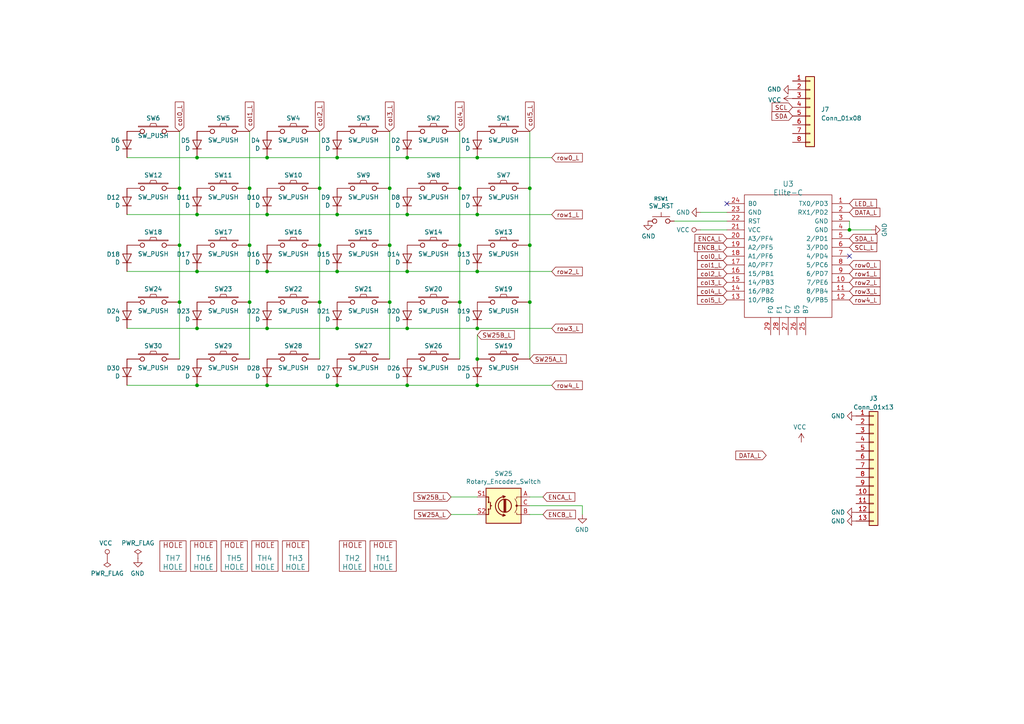
<source format=kicad_sch>
(kicad_sch (version 20230121) (generator eeschema)
  (paper "A4")
  (lib_symbols
    (symbol "Connector_Generic:Conn_01x08" (pin_names (offset 1.016) hide)
      (property "Reference" "J" (at 0 10.16 0))
      (property "Value" "Conn_01x08" (at 0 -12.7 0))
      (symbol "Conn_01x08_1_1"
        (pin passive line (at -5.08 7.62 0) (length 3.81) (name "Pin_1") (number "1"))
        (pin passive line (at -5.08 5.08 0) (length 3.81) (name "Pin_2") (number "2"))
        (pin passive line (at -5.08 2.54 0) (length 3.81) (name "Pin_3") (number "3"))
        (pin passive line (at -5.08 0 0) (length 3.81) (name "Pin_4") (number "4"))
        (pin passive line (at -5.08 -2.54 0) (length 3.81) (name "Pin_5") (number "5"))
        (pin passive line (at -5.08 -5.08 0) (length 3.81) (name "Pin_6") (number "6"))
        (pin passive line (at -5.08 -7.62 0) (length 3.81) (name "Pin_7") (number "7"))
        (pin passive line (at -5.08 -10.16 0) (length 3.81) (name "Pin_8") (number "8"))
      )
    )
    (symbol "Connector_Generic:Conn_01x13" (pin_names (offset 1.016) hide)
      (property "Reference" "J" (at 0 17.78 0))
      (property "Value" "Conn_01x13" (at 0 -17.78 0))
      (symbol "Conn_01x13_1_1"
        (pin passive line (at -5.08 15.24 0) (length 3.81) (name "Pin_1") (number "1"))
        (pin passive line (at -5.08 -7.62 0) (length 3.81) (name "Pin_10") (number "10"))
        (pin passive line (at -5.08 -10.16 0) (length 3.81) (name "Pin_11") (number "11"))
        (pin passive line (at -5.08 -12.7 0) (length 3.81) (name "Pin_12") (number "12"))
        (pin passive line (at -5.08 -15.24 0) (length 3.81) (name "Pin_13") (number "13"))
        (pin passive line (at -5.08 12.7 0) (length 3.81) (name "Pin_2") (number "2"))
        (pin passive line (at -5.08 10.16 0) (length 3.81) (name "Pin_3") (number "3"))
        (pin passive line (at -5.08 7.62 0) (length 3.81) (name "Pin_4") (number "4"))
        (pin passive line (at -5.08 5.08 0) (length 3.81) (name "Pin_5") (number "5"))
        (pin passive line (at -5.08 2.54 0) (length 3.81) (name "Pin_6") (number "6"))
        (pin passive line (at -5.08 0 0) (length 3.81) (name "Pin_7") (number "7"))
        (pin passive line (at -5.08 -2.54 0) (length 3.81) (name "Pin_8") (number "8"))
        (pin passive line (at -5.08 -5.08 0) (length 3.81) (name "Pin_9") (number "9"))
      )
    )
    (symbol "SofleKeyboard-rescue:D-Lily58-cache-Lily58_Pro-rescue" (pin_numbers hide) (pin_names (offset 1.016) hide)
      (property "Reference" "D" (at 0 2.54 0))
      (property "Value" "D-Lily58-cache-Lily58_Pro-rescue" (at 0 -2.54 0))
      (symbol "D-Lily58-cache-Lily58_Pro-rescue_1_1"
        (pin passive line (at -3.81 0 0) (length 2.54) (name "K") (number "1"))
        (pin passive line (at 3.81 0 180) (length 2.54) (name "A") (number "2"))
      )
    )
    (symbol "SofleKeyboard-rescue:GND-Lily58-cache-Lily58_Pro-rescue" (power) (pin_names (offset 0))
      (property "Value" "GND-Lily58-cache-Lily58_Pro-rescue" (at 0 -3.81 0))
      (symbol "GND-Lily58-cache-Lily58_Pro-rescue_1_1"
        (pin power_in line (at 0 0 0) (length 0) hide (name "GND") (number "1"))
      )
    )
    (symbol "SofleKeyboard-rescue:HOLE-Lily58-cache-Lily58_Pro-rescue" (pin_names (offset 1.016))
      (property "Reference" "U" (at 0 0 0))
      (property "Value" "HOLE-Lily58-cache-Lily58_Pro-rescue" (at 0 -5.08 0))
      (symbol "HOLE-Lily58-cache-Lily58_Pro-rescue_0_0"
        (text "HOLE" (at 0 3.81 0) (effects (font (size 1.524 1.524))))
      )
    )
    (symbol "SofleKeyboard-rescue:PWR_FLAG-Lily58-cache-Lily58_Pro-rescue" (power) (pin_numbers hide) (pin_names (offset 0) hide)
      (property "Value" "PWR_FLAG-Lily58-cache-Lily58_Pro-rescue" (at 0 3.81 0))
      (symbol "PWR_FLAG-Lily58-cache-Lily58_Pro-rescue_0_0"
        (pin power_out line (at 0 0 90) (length 0) (name "pwr") (number "1"))
      )
    )
    (symbol "SofleKeyboard-rescue:Rotary_Encoder_Switch-Device" (pin_names (offset 0.254) hide)
      (property "Reference" "SW" (at 0 6.604 0))
      (property "Value" "Device_Rotary_Encoder_Switch" (at 0 -6.604 0))
      (symbol "Rotary_Encoder_Switch-Device_1_1"
        (pin passive line (at -7.62 2.54 0) (length 2.54) (name "A") (number "A"))
        (pin passive line (at -7.62 -2.54 0) (length 2.54) (name "B") (number "B"))
        (pin passive line (at -7.62 0 0) (length 2.54) (name "C") (number "C"))
        (pin passive line (at 7.62 2.54 180) (length 2.54) (name "S1") (number "S1"))
        (pin passive line (at 7.62 -2.54 180) (length 2.54) (name "S2") (number "S2"))
      )
    )
    (symbol "SofleKeyboard-rescue:SW_PUSH-Lily58-cache-Lily58_Pro-rescue" (pin_numbers hide) (pin_names (offset 1.016) hide)
      (property "Reference" "SW" (at 3.81 2.794 0))
      (property "Value" "SW_PUSH-Lily58-cache-Lily58_Pro-rescue" (at 0 -2.032 0))
      (symbol "SW_PUSH-Lily58-cache-Lily58_Pro-rescue_0_1"
        (pin passive inverted (at -7.62 0 0) (length 5.08) (name "1") (number "1"))
        (pin passive inverted (at 7.62 0 180) (length 5.08) (name "2") (number "2"))
      )
    )
    (symbol "SofleKeyboard-rescue:SW_RST-Lily58-cache-Lily58_Pro-rescue" (pin_numbers hide) (pin_names (offset 1.016) hide)
      (property "Reference" "RSW" (at 2.54 2.54 0))
      (property "Value" "SW_RST-Lily58-cache-Lily58_Pro-rescue" (at 0 -2.54 0))
      (symbol "SW_RST-Lily58-cache-Lily58_Pro-rescue_0_1"
        (pin passive inverted (at -3.81 0 0) (length 2.54) (name "1") (number "1"))
        (pin passive inverted (at 3.81 0 180) (length 2.54) (name "2") (number "2"))
      )
    )
    (symbol "SofleKeyboard-rescue:VCC-Lily58-cache-Lily58_Pro-rescue" (power) (pin_names (offset 0))
      (property "Value" "VCC-Lily58-cache-Lily58_Pro-rescue" (at 0 3.81 0))
      (symbol "VCC-Lily58-cache-Lily58_Pro-rescue_1_1"
        (pin power_in line (at 0 0 90) (length 0) hide (name "VCC") (number "1"))
      )
    )
    (symbol "keebio:Elite-C" (pin_names (offset 1.016))
      (property "Reference" "U" (at 0 0 0))
      (property "Value" "Elite-C" (at 0 2.54 0))
      (symbol "Elite-C_1_1"
        (pin input line (at -17.78 13.97 0) (length 5.08) (name "TX0/PD3") (number "1"))
        (pin input line (at -17.78 -8.89 0) (length 5.08) (name "7/PE6") (number "10"))
        (pin input line (at -17.78 -11.43 0) (length 5.08) (name "8/PB4") (number "11"))
        (pin input line (at -17.78 -13.97 0) (length 5.08) (name "9/PB5") (number "12"))
        (pin input line (at 17.78 -13.97 180) (length 5.08) (name "10/PB6") (number "13"))
        (pin input line (at 17.78 -11.43 180) (length 5.08) (name "16/PB2") (number "14"))
        (pin input line (at 17.78 -8.89 180) (length 5.08) (name "14/PB3") (number "15"))
        (pin input line (at 17.78 -6.35 180) (length 5.08) (name "15/PB1") (number "16"))
        (pin input line (at 17.78 -3.81 180) (length 5.08) (name "A0/PF7") (number "17"))
        (pin input line (at 17.78 -1.27 180) (length 5.08) (name "A1/PF6") (number "18"))
        (pin input line (at 17.78 1.27 180) (length 5.08) (name "A2/PF5") (number "19"))
        (pin input line (at -17.78 11.43 0) (length 5.08) (name "RX1/PD2") (number "2"))
        (pin input line (at 17.78 3.81 180) (length 5.08) (name "A3/PF4") (number "20"))
        (pin input line (at 17.78 6.35 180) (length 5.08) (name "VCC") (number "21"))
        (pin input line (at 17.78 8.89 180) (length 5.08) (name "RST") (number "22"))
        (pin input line (at 17.78 11.43 180) (length 5.08) (name "GND") (number "23"))
        (pin input line (at 17.78 13.97 180) (length 5.08) (name "B0") (number "24"))
        (pin input line (at -5.08 -24.13 90) (length 5.08) (name "B7") (number "25"))
        (pin input line (at -2.54 -24.13 90) (length 5.08) (name "D5") (number "26"))
        (pin input line (at 0 -24.13 90) (length 5.08) (name "C7") (number "27"))
        (pin input line (at 2.54 -24.13 90) (length 5.08) (name "F1") (number "28"))
        (pin input line (at 5.08 -24.13 90) (length 5.08) (name "F0") (number "29"))
        (pin input line (at -17.78 8.89 0) (length 5.08) (name "GND") (number "3"))
        (pin input line (at -17.78 6.35 0) (length 5.08) (name "GND") (number "4"))
        (pin input line (at -17.78 3.81 0) (length 5.08) (name "2/PD1") (number "5"))
        (pin input line (at -17.78 1.27 0) (length 5.08) (name "3/PD0") (number "6"))
        (pin input line (at -17.78 -1.27 0) (length 5.08) (name "4/PD4") (number "7"))
        (pin input line (at -17.78 -3.81 0) (length 5.08) (name "5/PC6") (number "8"))
        (pin input line (at -17.78 -6.35 0) (length 5.08) (name "6/PD7") (number "9"))
      )
    )
    (symbol "power:GND" (power) (pin_names (offset 0))
      (property "Value" "GND" (at 0 -3.81 0))
      (symbol "GND_1_1"
        (pin power_in line (at 0 0 270) (length 0) hide (name "GND") (number "1"))
      )
    )
    (symbol "power:VCC" (power) (pin_names (offset 0))
      (property "Value" "VCC" (at 0 3.81 0))
      (symbol "VCC_1_1"
        (pin power_in line (at 0 0 90) (length 0) hide (name "VCC") (number "1"))
      )
    )
  )
  (junction (at 113.03 71.12))
  (junction (at 97.79 78.74))
  (junction (at 153.67 87.63))
  (junction (at 153.67 71.12))
  (junction (at 72.39 54.61))
  (junction (at 133.35 54.61))
  (junction (at 52.07 54.61))
  (junction (at 138.43 95.25))
  (junction (at 138.43 45.72))
  (junction (at 77.47 62.23))
  (junction (at 77.47 95.25))
  (junction (at 52.07 87.63))
  (junction (at 133.35 87.63))
  (junction (at 97.79 111.76))
  (junction (at 118.11 111.76))
  (junction (at 138.43 111.76))
  (junction (at 133.35 71.12))
  (junction (at 77.47 78.74))
  (junction (at 57.15 62.23))
  (junction (at 92.71 87.63))
  (junction (at 113.03 54.61))
  (junction (at 246.38 66.675))
  (junction (at 113.03 87.63))
  (junction (at 138.43 104.14))
  (junction (at 92.71 54.61))
  (junction (at 118.11 95.25))
  (junction (at 57.15 111.76))
  (junction (at 57.15 95.25))
  (junction (at 72.39 87.63))
  (junction (at 92.71 71.12))
  (junction (at 57.15 78.74))
  (junction (at 97.79 62.23))
  (junction (at 77.47 45.72))
  (junction (at 153.67 54.61))
  (junction (at 72.39 71.12))
  (junction (at 52.07 71.12))
  (junction (at 118.11 62.23))
  (junction (at 118.11 78.74))
  (junction (at 118.11 45.72))
  (junction (at 97.79 45.72))
  (junction (at 138.43 78.74))
  (junction (at 97.79 95.25))
  (junction (at 138.43 62.23))
  (junction (at 57.15 45.72))
  (junction (at 77.47 111.76))
  (no_connect (at 210.82 59.055))
  (no_connect (at 246.38 74.295))
  (wire (pts (xy 77.47 111.76) (xy 57.15 111.76)))
  (wire (pts (xy 118.11 62.23) (xy 138.43 62.23)))
  (wire (pts (xy 77.47 95.25) (xy 57.15 95.25)))
  (wire (pts (xy 153.67 71.12) (xy 153.67 87.63)))
  (wire (pts (xy 113.03 87.63) (xy 113.03 104.14)))
  (wire (pts (xy 52.07 71.12) (xy 52.07 87.63)))
  (wire (pts (xy 246.38 64.135) (xy 246.38 66.675)))
  (wire (pts (xy 157.48 144.145) (xy 153.67 144.145)))
  (wire (pts (xy 57.15 111.76) (xy 36.83 111.76)))
  (wire (pts (xy 57.15 78.74) (xy 36.83 78.74)))
  (wire (pts (xy 97.79 62.23) (xy 77.47 62.23)))
  (wire (pts (xy 72.39 54.61) (xy 72.39 71.12)))
  (wire (pts (xy 138.43 149.225) (xy 130.81 149.225)))
  (wire (pts (xy 92.71 54.61) (xy 92.71 71.12)))
  (wire (pts (xy 57.15 45.72) (xy 36.83 45.72)))
  (wire (pts (xy 246.38 66.675) (xy 252.73 66.675)))
  (wire (pts (xy 153.67 54.61) (xy 153.67 71.12)))
  (wire (pts (xy 57.15 62.23) (xy 36.83 62.23)))
  (wire (pts (xy 92.71 87.63) (xy 92.71 104.14)))
  (wire (pts (xy 97.79 111.76) (xy 77.47 111.76)))
  (wire (pts (xy 138.43 144.145) (xy 130.81 144.145)))
  (wire (pts (xy 77.47 78.74) (xy 57.15 78.74)))
  (wire (pts (xy 138.43 111.76) (xy 160.02 111.76)))
  (wire (pts (xy 210.82 66.675) (xy 203.2 66.675)))
  (wire (pts (xy 118.11 95.25) (xy 97.79 95.25)))
  (wire (pts (xy 210.82 61.595) (xy 203.2 61.595)))
  (wire (pts (xy 52.07 54.61) (xy 52.07 38.1)))
  (wire (pts (xy 138.43 45.72) (xy 160.02 45.72)))
  (wire (pts (xy 118.11 78.74) (xy 138.43 78.74)))
  (wire (pts (xy 92.71 71.12) (xy 92.71 87.63)))
  (wire (pts (xy 153.67 87.63) (xy 153.67 104.14)))
  (wire (pts (xy 57.15 95.25) (xy 36.83 95.25)))
  (wire (pts (xy 97.79 95.25) (xy 77.47 95.25)))
  (wire (pts (xy 118.11 111.76) (xy 97.79 111.76)))
  (wire (pts (xy 133.35 38.1) (xy 133.35 54.61)))
  (wire (pts (xy 72.39 87.63) (xy 72.39 104.14)))
  (wire (pts (xy 97.79 78.74) (xy 77.47 78.74)))
  (wire (pts (xy 97.79 45.72) (xy 77.47 45.72)))
  (wire (pts (xy 153.67 146.685) (xy 168.91 146.685)))
  (wire (pts (xy 77.47 62.23) (xy 57.15 62.23)))
  (wire (pts (xy 92.71 38.1) (xy 92.71 54.61)))
  (wire (pts (xy 138.43 95.25) (xy 160.02 95.25)))
  (wire (pts (xy 118.11 45.72) (xy 138.43 45.72)))
  (wire (pts (xy 138.43 78.74) (xy 160.02 78.74)))
  (wire (pts (xy 157.48 149.225) (xy 153.67 149.225)))
  (wire (pts (xy 138.43 62.23) (xy 160.02 62.23)))
  (wire (pts (xy 118.11 62.23) (xy 97.79 62.23)))
  (wire (pts (xy 72.39 38.1) (xy 72.39 54.61)))
  (wire (pts (xy 133.35 87.63) (xy 133.35 104.14)))
  (wire (pts (xy 133.35 54.61) (xy 133.35 71.12)))
  (wire (pts (xy 113.03 71.12) (xy 113.03 87.63)))
  (wire (pts (xy 52.07 71.12) (xy 52.07 54.61)))
  (wire (pts (xy 113.03 54.61) (xy 113.03 71.12)))
  (wire (pts (xy 118.11 95.25) (xy 138.43 95.25)))
  (wire (pts (xy 52.07 87.63) (xy 52.07 104.14)))
  (wire (pts (xy 138.43 97.155) (xy 138.43 104.14)))
  (wire (pts (xy 113.03 38.1) (xy 113.03 54.61)))
  (wire (pts (xy 57.15 45.72) (xy 77.47 45.72)))
  (wire (pts (xy 118.11 78.74) (xy 97.79 78.74)))
  (wire (pts (xy 72.39 87.63) (xy 72.39 71.12)))
  (wire (pts (xy 133.35 71.12) (xy 133.35 87.63)))
  (wire (pts (xy 168.91 146.685) (xy 168.91 149.225)))
  (wire (pts (xy 118.11 111.76) (xy 138.43 111.76)))
  (wire (pts (xy 118.11 45.72) (xy 97.79 45.72)))
  (wire (pts (xy 153.67 38.1) (xy 153.67 54.61)))
  (wire (pts (xy 195.58 64.135) (xy 210.82 64.135)))
  (global_label "ENCA_L" (shape input) (at 210.82 69.215 180) (property "Intersheetrefs" "${INTERSHEET_REFS}" (effects hide)))
  (global_label "SW25A_L" (shape input) (at 153.67 104.14 0) (property "Intersheetrefs" "${INTERSHEET_REFS}" (effects hide)))
  (global_label "row2_L" (shape input) (at 160.02 78.74 0) (property "Intersheetrefs" "${INTERSHEET_REFS}" (effects hide)))
  (global_label "col3_L" (shape input) (at 113.03 38.1 90) (property "Intersheetrefs" "${INTERSHEET_REFS}" (effects hide)))
  (global_label "row4_L" (shape input) (at 246.38 86.995 0) (property "Intersheetrefs" "${INTERSHEET_REFS}" (effects hide)))
  (global_label "SW25B_L" (shape input) (at 138.43 97.155 0) (property "Intersheetrefs" "${INTERSHEET_REFS}" (effects hide)))
  (global_label "ENCB_L" (shape input) (at 210.82 71.755 180) (property "Intersheetrefs" "${INTERSHEET_REFS}" (effects hide)))
  (global_label "col5_L" (shape input) (at 153.67 38.1 90) (property "Intersheetrefs" "${INTERSHEET_REFS}" (effects hide)))
  (global_label "row3_L" (shape input) (at 246.38 84.455 0) (property "Intersheetrefs" "${INTERSHEET_REFS}" (effects hide)))
  (global_label "SW25B_L" (shape input) (at 130.81 144.145 180) (property "Intersheetrefs" "${INTERSHEET_REFS}" (effects hide)))
  (global_label "row1_L" (shape input) (at 246.38 79.375 0) (property "Intersheetrefs" "${INTERSHEET_REFS}" (effects hide)))
  (global_label "col1_L" (shape input) (at 72.39 38.1 90) (property "Intersheetrefs" "${INTERSHEET_REFS}" (effects hide)))
  (global_label "row1_L" (shape input) (at 160.02 62.23 0) (property "Intersheetrefs" "${INTERSHEET_REFS}" (effects hide)))
  (global_label "LED_L" (shape input) (at 246.38 59.055 0) (property "Intersheetrefs" "${INTERSHEET_REFS}" (effects hide)))
  (global_label "col4_L" (shape input) (at 133.35 38.1 90) (property "Intersheetrefs" "${INTERSHEET_REFS}" (effects hide)))
  (global_label "col2_L" (shape input) (at 210.82 79.375 180) (property "Intersheetrefs" "${INTERSHEET_REFS}" (effects hide)))
  (global_label "SCL" (shape input) (at 229.87 31.115 180) (property "Intersheetrefs" "${INTERSHEET_REFS}" (effects hide)))
  (global_label "ENCB_L" (shape input) (at 157.48 149.225 0) (property "Intersheetrefs" "${INTERSHEET_REFS}" (effects hide)))
  (global_label "DATA_L" (shape input) (at 222.25 132.08 180) (property "Intersheetrefs" "${INTERSHEET_REFS}" (effects hide)))
  (global_label "SDA_L" (shape input) (at 246.38 69.215 0) (property "Intersheetrefs" "${INTERSHEET_REFS}" (effects hide)))
  (global_label "col4_L" (shape input) (at 210.82 84.455 180) (property "Intersheetrefs" "${INTERSHEET_REFS}" (effects hide)))
  (global_label "ENCA_L" (shape input) (at 157.48 144.145 0) (property "Intersheetrefs" "${INTERSHEET_REFS}" (effects hide)))
  (global_label "row4_L" (shape input) (at 160.02 111.76 0) (property "Intersheetrefs" "${INTERSHEET_REFS}" (effects hide)))
  (global_label "SCL_L" (shape input) (at 246.38 71.755 0) (property "Intersheetrefs" "${INTERSHEET_REFS}" (effects hide)))
  (global_label "row2_L" (shape input) (at 246.38 81.915 0) (property "Intersheetrefs" "${INTERSHEET_REFS}" (effects hide)))
  (global_label "row0_L" (shape input) (at 246.38 76.835 0) (property "Intersheetrefs" "${INTERSHEET_REFS}" (effects hide)))
  (global_label "SDA" (shape input) (at 229.87 33.655 180) (property "Intersheetrefs" "${INTERSHEET_REFS}" (effects hide)))
  (global_label "col2_L" (shape input) (at 92.71 38.1 90) (property "Intersheetrefs" "${INTERSHEET_REFS}" (effects hide)))
  (global_label "row0_L" (shape input) (at 160.02 45.72 0) (property "Intersheetrefs" "${INTERSHEET_REFS}" (effects hide)))
  (global_label "col0_L" (shape input) (at 210.82 74.295 180) (property "Intersheetrefs" "${INTERSHEET_REFS}" (effects hide)))
  (global_label "col3_L" (shape input) (at 210.82 81.915 180) (property "Intersheetrefs" "${INTERSHEET_REFS}" (effects hide)))
  (global_label "DATA_L" (shape input) (at 246.38 61.595 0) (property "Intersheetrefs" "${INTERSHEET_REFS}" (effects hide)))
  (global_label "col5_L" (shape input) (at 210.82 86.995 180) (property "Intersheetrefs" "${INTERSHEET_REFS}" (effects hide)))
  (global_label "col0_L" (shape input) (at 52.07 38.1 90) (property "Intersheetrefs" "${INTERSHEET_REFS}" (effects hide)))
  (global_label "col1_L" (shape input) (at 210.82 76.835 180) (property "Intersheetrefs" "${INTERSHEET_REFS}" (effects hide)))
  (global_label "row3_L" (shape input) (at 160.02 95.25 0) (property "Intersheetrefs" "${INTERSHEET_REFS}" (effects hide)))
  (global_label "SW25A_L" (shape input) (at 130.81 149.225 180) (property "Intersheetrefs" "${INTERSHEET_REFS}" (effects hide)))
  (symbol (lib_id "SofleKeyboard-rescue:GND-Lily58-cache-Lily58_Pro-rescue") (at 203.2 61.595 270) (mirror x) (unit 1)
    (property "Reference" "#PWR0101" (effects hide))
    (property "Value" "GND" (at 198.12 61.595 90))
    (instances (project "SofleKeyboard" (path "" (reference "#PWR0101") (unit 1)) (path "" (reference "#PWR010") (unit 1))))
  )
  (symbol (lib_id "SofleKeyboard-rescue:SW_PUSH-Lily58-cache-Lily58_Pro-rescue") (at 44.45 54.61 0) (mirror y) (unit 1)
    (property "Reference" "SW12" (at 44.45 50.8 0))
    (property "Value" "SW_PUSH" (at 44.45 57.15 0))
    (property "Footprint" "SofleKeyboard-footprint:SW-HS-1u" (effects hide))
    (instances (project "SofleKeyboard" (path "" (reference "SW12") (unit 1)) (path "" (reference "SW27") (unit 1))))
  )
  (symbol (lib_id "SofleKeyboard-rescue:SW_PUSH-Lily58-cache-Lily58_Pro-rescue") (at 85.09 87.63 0) (mirror y) (unit 1)
    (property "Reference" "SW22" (at 85.09 83.82 0))
    (property "Value" "SW_PUSH" (at 85.09 90.17 0))
    (property "Footprint" "SofleKeyboard-footprint:SW-HS-1u" (effects hide))
    (instances (project "SofleKeyboard" (path "" (reference "SW22") (unit 1)) (path "" (reference "SW19") (unit 1))))
  )
  (symbol (lib_id "SofleKeyboard-rescue:SW_PUSH-Lily58-cache-Lily58_Pro-rescue") (at 125.73 38.1 0) (mirror y) (unit 1)
    (property "Reference" "SW2" (at 125.73 34.29 0))
    (property "Value" "SW_PUSH" (at 125.73 40.64 0))
    (property "Footprint" "SofleKeyboard-footprint:SW-HS-1u" (effects hide))
    (instances (project "SofleKeyboard" (path "" (reference "SW2") (unit 1)) (path "" (reference "SW6") (unit 1))))
  )
  (symbol (lib_id "SofleKeyboard-rescue:SW_RST-Lily58-cache-Lily58_Pro-rescue") (at 191.77 64.135 0) (unit 1)
    (property "Reference" "RSW1" (at 191.77 57.6326 0) (effects (font (size 1.016 1.016))))
    (property "Value" "SW_RST" (at 191.77 59.7408 0))
    (property "Footprint" "SofleKeyboard-footprint:TACT_SWITCH_TVBP06" (effects hide))
  )
  (symbol (lib_id "SofleKeyboard-rescue:HOLE-Lily58-cache-Lily58_Pro-rescue") (at 67.945 161.925 0) (mirror y) (unit 1)
    (property "Reference" "TH5" (at 67.945 161.925 0) (effects (font (size 1.524 1.524))))
    (property "Value" "HOLE" (at 67.945 164.465 0) (effects (font (size 1.524 1.524))))
    (property "Footprint" "SofleKeyboard-footprint:HOLE_M2_TH" (effects hide))
  )
  (symbol (lib_id "SofleKeyboard-rescue:HOLE-Lily58-cache-Lily58_Pro-rescue") (at 85.725 161.925 0) (mirror y) (unit 1)
    (property "Reference" "TH3" (at 85.725 161.925 0) (effects (font (size 1.524 1.524))))
    (property "Value" "HOLE" (at 85.725 164.465 0) (effects (font (size 1.524 1.524))))
    (property "Footprint" "SofleKeyboard-footprint:HOLE_M2_TH" (effects hide))
  )
  (symbol (lib_id "SofleKeyboard-rescue:SW_PUSH-Lily58-cache-Lily58_Pro-rescue") (at 105.41 87.63 0) (mirror y) (unit 1)
    (property "Reference" "SW21" (at 105.41 83.82 0))
    (property "Value" "SW_PUSH" (at 105.41 90.17 0))
    (property "Footprint" "SofleKeyboard-footprint:SW-HS-1u" (effects hide))
    (instances (project "SofleKeyboard" (path "" (reference "SW21") (unit 1)) (path "" (reference "SW14") (unit 1))))
  )
  (symbol (lib_id "SofleKeyboard-rescue:SW_PUSH-Lily58-cache-Lily58_Pro-rescue") (at 146.05 54.61 0) (mirror y) (unit 1)
    (property "Reference" "SW7" (at 146.05 50.8 0))
    (property "Value" "SW_PUSH" (at 146.05 57.15 0))
    (property "Footprint" "SofleKeyboard-footprint:SW-HS-1u" (effects hide))
    (instances (project "SofleKeyboard" (path "" (reference "SW7") (unit 1)) (path "" (reference "SW3") (unit 1))))
  )
  (symbol (lib_id "power:VCC") (at 229.87 28.575 90) (mirror x) (unit 1)
    (property "Reference" "#PWR09" (effects hide))
    (property "Value" "VCC" (at 226.6188 29.0068 90) (effects (justify left)))
    (instances (project "SofleKeyboard" (path "" (reference "#PWR09") (unit 1)) (path "" (reference "#PWR04") (unit 1))))
  )
  (symbol (lib_id "power:GND") (at 248.285 120.65 270) (mirror x) (unit 1)
    (property "Reference" "#PWR05" (effects hide))
    (property "Value" "GND" (at 245.11 120.65 90) (effects (justify right)))
    (instances (project "SofleKeyboard" (path "" (reference "#PWR05") (unit 1)) (path "" (reference "#PWR013") (unit 1))))
  )
  (symbol (lib_id "SofleKeyboard-rescue:D-Lily58-cache-Lily58_Pro-rescue") (at 77.47 41.91 270) (mirror x) (unit 1)
    (property "Reference" "D4" (at 75.4634 40.7416 90) (effects (justify right)))
    (property "Value" "D" (at 75.4634 43.053 90) (effects (justify right)))
    (property "Footprint" "SofleKeyboard-footprint:Diode_SOD123_2" (effects hide))
    (instances (project "SofleKeyboard" (path "" (reference "D4") (unit 1)) (path "" (reference "D16") (unit 1))))
  )
  (symbol (lib_id "SofleKeyboard-rescue:SW_PUSH-Lily58-cache-Lily58_Pro-rescue") (at 146.05 104.14 0) (mirror y) (unit 1)
    (property "Reference" "SW19" (at 146.05 100.33 0))
    (property "Value" "SW_PUSH" (at 146.05 106.68 0))
    (property "Footprint" "SofleKeyboard-footprint:SW-HS-1u" (effects hide))
    (instances (project "SofleKeyboard" (path "" (reference "SW19") (unit 1)) (path "" (reference "SW61") (unit 1)) (path "" (reference "SW62") (unit 1))))
  )
  (symbol (lib_id "SofleKeyboard-rescue:D-Lily58-cache-Lily58_Pro-rescue") (at 36.83 41.91 270) (mirror x) (unit 1)
    (property "Reference" "D6" (at 34.8234 40.7416 90) (effects (justify right)))
    (property "Value" "D" (at 34.8234 43.053 90) (effects (justify right)))
    (property "Footprint" "SofleKeyboard-footprint:Diode_SOD123_2" (effects hide))
    (instances (project "SofleKeyboard" (path "" (reference "D6") (unit 1)) (path "" (reference "D26") (unit 1))))
  )
  (symbol (lib_id "SofleKeyboard-rescue:D-Lily58-cache-Lily58_Pro-rescue") (at 36.83 107.95 270) (mirror x) (unit 1)
    (property "Reference" "D30" (at 34.8234 106.7816 90) (effects (justify right)))
    (property "Value" "D" (at 34.8234 109.093 90) (effects (justify right)))
    (property "Footprint" "SofleKeyboard-footprint:Diode_SOD123_2" (effects hide))
  )
  (symbol (lib_id "SofleKeyboard-rescue:D-Lily58-cache-Lily58_Pro-rescue") (at 97.79 41.91 270) (mirror x) (unit 1)
    (property "Reference" "D3" (at 95.7834 40.7416 90) (effects (justify right)))
    (property "Value" "D" (at 95.7834 43.053 90) (effects (justify right)))
    (property "Footprint" "SofleKeyboard-footprint:Diode_SOD123_2" (effects hide))
    (instances (project "SofleKeyboard" (path "" (reference "D3") (unit 1)) (path "" (reference "D11") (unit 1))))
  )
  (symbol (lib_id "SofleKeyboard-rescue:D-Lily58-cache-Lily58_Pro-rescue") (at 97.79 74.93 270) (mirror x) (unit 1)
    (property "Reference" "D15" (at 95.7834 73.7616 90) (effects (justify right)))
    (property "Value" "D" (at 95.7834 76.073 90) (effects (justify right)))
    (property "Footprint" "SofleKeyboard-footprint:Diode_SOD123_2" (effects hide))
    (instances (project "SofleKeyboard" (path "" (reference "D15") (unit 1)) (path "" (reference "D13") (unit 1))))
  )
  (symbol (lib_id "SofleKeyboard-rescue:D-Lily58-cache-Lily58_Pro-rescue") (at 36.83 74.93 270) (mirror x) (unit 1)
    (property "Reference" "D18" (at 34.8234 73.7616 90) (effects (justify right)))
    (property "Value" "D" (at 34.8234 76.073 90) (effects (justify right)))
    (property "Footprint" "SofleKeyboard-footprint:Diode_SOD123_2" (effects hide))
    (instances (project "SofleKeyboard" (path "" (reference "D18") (unit 1)) (path "" (reference "D28") (unit 1))))
  )
  (symbol (lib_id "SofleKeyboard-rescue:SW_PUSH-Lily58-cache-Lily58_Pro-rescue") (at 64.77 38.1 0) (mirror y) (unit 1)
    (property "Reference" "SW5" (at 64.77 34.29 0))
    (property "Value" "SW_PUSH" (at 64.77 40.64 0))
    (property "Footprint" "SofleKeyboard-footprint:SW-HS-1u" (effects hide))
    (instances (project "SofleKeyboard" (path "" (reference "SW5") (unit 1)) (path "" (reference "SW21") (unit 1))))
  )
  (symbol (lib_id "power:GND") (at 229.87 26.035 270) (mirror x) (unit 1)
    (property "Reference" "#PWR03" (effects hide))
    (property "Value" "GND" (at 226.6188 25.908 90) (effects (justify right)))
  )
  (symbol (lib_id "SofleKeyboard-rescue:SW_PUSH-Lily58-cache-Lily58_Pro-rescue") (at 64.77 87.63 0) (mirror y) (unit 1)
    (property "Reference" "SW23" (at 64.77 83.82 0))
    (property "Value" "SW_PUSH" (at 64.77 90.17 0))
    (property "Footprint" "SofleKeyboard-footprint:SW-HS-1u" (effects hide))
    (instances (project "SofleKeyboard" (path "" (reference "SW23") (unit 1)) (path "" (reference "SW24") (unit 1))))
  )
  (symbol (lib_id "SofleKeyboard-rescue:D-Lily58-cache-Lily58_Pro-rescue") (at 118.11 74.93 270) (mirror x) (unit 1)
    (property "Reference" "D14" (at 116.1034 73.7616 90) (effects (justify right)))
    (property "Value" "D" (at 116.1034 76.073 90) (effects (justify right)))
    (property "Footprint" "SofleKeyboard-footprint:Diode_SOD123_2" (effects hide))
    (instances (project "SofleKeyboard" (path "" (reference "D14") (unit 1)) (path "" (reference "D8") (unit 1))))
  )
  (symbol (lib_id "SofleKeyboard-rescue:D-Lily58-cache-Lily58_Pro-rescue") (at 97.79 91.44 270) (mirror x) (unit 1)
    (property "Reference" "D21" (at 95.7834 90.2716 90) (effects (justify right)))
    (property "Value" "D" (at 95.7834 92.583 90) (effects (justify right)))
    (property "Footprint" "SofleKeyboard-footprint:Diode_SOD123_2" (effects hide))
    (instances (project "SofleKeyboard" (path "" (reference "D21") (unit 1)) (path "" (reference "D14") (unit 1))))
  )
  (symbol (lib_id "SofleKeyboard-rescue:HOLE-Lily58-cache-Lily58_Pro-rescue") (at 102.235 161.925 0) (mirror y) (unit 1)
    (property "Reference" "TH2" (at 102.235 161.925 0) (effects (font (size 1.524 1.524))))
    (property "Value" "HOLE" (at 102.235 164.465 0) (effects (font (size 1.524 1.524))))
    (property "Footprint" "SofleKeyboard-footprint:M2_HOLE_PCB" (effects hide))
  )
  (symbol (lib_id "SofleKeyboard-rescue:D-Lily58-cache-Lily58_Pro-rescue") (at 36.83 91.44 270) (mirror x) (unit 1)
    (property "Reference" "D24" (at 34.8234 90.2716 90) (effects (justify right)))
    (property "Value" "D" (at 34.8234 92.583 90) (effects (justify right)))
    (property "Footprint" "SofleKeyboard-footprint:Diode_SOD123_2" (effects hide))
    (instances (project "SofleKeyboard" (path "" (reference "D24") (unit 1)) (path "" (reference "D29") (unit 1))))
  )
  (symbol (lib_id "SofleKeyboard-rescue:HOLE-Lily58-cache-Lily58_Pro-rescue") (at 50.165 161.925 0) (mirror y) (unit 1)
    (property "Reference" "TH7" (at 50.165 161.925 0) (effects (font (size 1.524 1.524))))
    (property "Value" "HOLE" (at 50.165 164.465 0) (effects (font (size 1.524 1.524))))
    (property "Footprint" "SofleKeyboard-footprint:HOLE_M2_TH" (effects hide))
  )
  (symbol (lib_id "SofleKeyboard-rescue:D-Lily58-cache-Lily58_Pro-rescue") (at 138.43 58.42 270) (mirror x) (unit 1)
    (property "Reference" "D7" (at 136.4234 57.2516 90) (effects (justify right)))
    (property "Value" "D" (at 136.4234 59.563 90) (effects (justify right)))
    (property "Footprint" "SofleKeyboard-footprint:Diode_SOD123_2" (effects hide))
    (instances (project "SofleKeyboard" (path "" (reference "D7") (unit 1)) (path "" (reference "D2") (unit 1))))
  )
  (symbol (lib_id "SofleKeyboard-rescue:SW_PUSH-Lily58-cache-Lily58_Pro-rescue") (at 64.77 104.14 0) (mirror y) (unit 1)
    (property "Reference" "SW29" (at 64.77 100.33 0))
    (property "Value" "SW_PUSH" (at 64.77 106.68 0))
    (property "Footprint" "SofleKeyboard-footprint:SW-HS-1u" (effects hide))
    (instances (project "SofleKeyboard" (path "" (reference "SW29") (unit 1)) (path "" (reference "SW25") (unit 1))))
  )
  (symbol (lib_id "SofleKeyboard-rescue:SW_PUSH-Lily58-cache-Lily58_Pro-rescue") (at 85.09 38.1 0) (mirror y) (unit 1)
    (property "Reference" "SW4" (at 85.09 34.29 0))
    (property "Value" "SW_PUSH" (at 85.09 40.64 0))
    (property "Footprint" "SofleKeyboard-footprint:SW-HS-1u" (effects hide))
    (instances (project "SofleKeyboard" (path "" (reference "SW4") (unit 1)) (path "" (reference "SW16") (unit 1))))
  )
  (symbol (lib_id "SofleKeyboard-rescue:SW_PUSH-Lily58-cache-Lily58_Pro-rescue") (at 85.09 104.14 0) (mirror y) (unit 1)
    (property "Reference" "SW28" (at 85.09 100.33 0))
    (property "Value" "SW_PUSH" (at 85.09 106.68 0))
    (property "Footprint" "SofleKeyboard-footprint:SW-HS-1u" (effects hide))
    (instances (project "SofleKeyboard" (path "" (reference "SW28") (unit 1)) (path "" (reference "SW20") (unit 1))))
  )
  (symbol (lib_id "SofleKeyboard-rescue:SW_PUSH-Lily58-cache-Lily58_Pro-rescue") (at 105.41 104.14 0) (mirror y) (unit 1)
    (property "Reference" "SW27" (at 105.41 100.33 0))
    (property "Value" "SW_PUSH" (at 105.41 106.68 0))
    (property "Footprint" "SofleKeyboard-footprint:SW-HS-1u" (effects hide))
    (instances (project "SofleKeyboard" (path "" (reference "SW27") (unit 1)) (path "" (reference "SW15") (unit 1))))
  )
  (symbol (lib_id "SofleKeyboard-rescue:D-Lily58-cache-Lily58_Pro-rescue") (at 57.15 91.44 270) (mirror x) (unit 1)
    (property "Reference" "D23" (at 55.1434 90.2716 90) (effects (justify right)))
    (property "Value" "D" (at 55.1434 92.583 90) (effects (justify right)))
    (property "Footprint" "SofleKeyboard-footprint:Diode_SOD123_2" (effects hide))
    (instances (project "SofleKeyboard" (path "" (reference "D23") (unit 1)) (path "" (reference "D24") (unit 1))))
  )
  (symbol (lib_id "SofleKeyboard-rescue:GND-Lily58-cache-Lily58_Pro-rescue") (at 252.73 66.675 90) (mirror x) (unit 1)
    (property "Reference" "#PWR0102" (effects hide))
    (property "Value" "GND" (at 256.54 66.675 0))
    (instances (project "SofleKeyboard" (path "" (reference "#PWR0102") (unit 1)) (path "" (reference "#PWR01") (unit 1))))
  )
  (symbol (lib_id "SofleKeyboard-rescue:SW_PUSH-Lily58-cache-Lily58_Pro-rescue") (at 64.77 71.12 0) (mirror y) (unit 1)
    (property "Reference" "SW17" (at 64.77 67.31 0))
    (property "Value" "SW_PUSH" (at 64.77 73.66 0))
    (property "Footprint" "SofleKeyboard-footprint:SW-HS-1u" (effects hide))
    (instances (project "SofleKeyboard" (path "" (reference "SW17") (unit 1)) (path "" (reference "SW23") (unit 1))))
  )
  (symbol (lib_id "SofleKeyboard-rescue:SW_PUSH-Lily58-cache-Lily58_Pro-rescue") (at 105.41 54.61 0) (mirror y) (unit 1)
    (property "Reference" "SW9" (at 105.41 50.8 0))
    (property "Value" "SW_PUSH" (at 105.41 57.15 0))
    (property "Footprint" "SofleKeyboard-footprint:SW-HS-1u" (effects hide))
    (instances (project "SofleKeyboard" (path "" (reference "SW9") (unit 1)) (path "" (reference "SW12") (unit 1))))
  )
  (symbol (lib_id "SofleKeyboard-rescue:SW_PUSH-Lily58-cache-Lily58_Pro-rescue") (at 125.73 71.12 0) (mirror y) (unit 1)
    (property "Reference" "SW14" (at 125.73 67.31 0))
    (property "Value" "SW_PUSH" (at 125.73 73.66 0))
    (property "Footprint" "SofleKeyboard-footprint:SW-HS-1u" (effects hide))
    (instances (project "SofleKeyboard" (path "" (reference "SW14") (unit 1)) (path "" (reference "SW8") (unit 1))))
  )
  (symbol (lib_id "power:VCC") (at 232.41 128.27 0) (mirror y) (unit 1)
    (property "Reference" "#PWR01" (effects hide))
    (property "Value" "VCC" (at 231.9782 123.8758 0))
    (instances (project "SofleKeyboard" (path "" (reference "#PWR01") (unit 1)) (path "" (reference "#PWR07") (unit 1))))
  )
  (symbol (lib_id "SofleKeyboard-rescue:PWR_FLAG-Lily58-cache-Lily58_Pro-rescue") (at 40.005 161.925 0) (mirror y) (unit 1)
    (property "Reference" "#FLG01" (effects hide))
    (property "Value" "PWR_FLAG" (at 40.005 157.5054 0))
  )
  (symbol (lib_id "SofleKeyboard-rescue:D-Lily58-cache-Lily58_Pro-rescue") (at 77.47 107.95 270) (mirror x) (unit 1)
    (property "Reference" "D28" (at 75.4634 106.7816 90) (effects (justify right)))
    (property "Value" "D" (at 75.4634 109.093 90) (effects (justify right)))
    (property "Footprint" "SofleKeyboard-footprint:Diode_SOD123_2" (effects hide))
    (instances (project "SofleKeyboard" (path "" (reference "D28") (unit 1)) (path "" (reference "D20") (unit 1))))
  )
  (symbol (lib_id "SofleKeyboard-rescue:GND-Lily58-cache-Lily58_Pro-rescue") (at 40.005 161.925 0) (mirror y) (unit 1)
    (property "Reference" "#PWR012" (effects hide))
    (property "Value" "GND" (at 39.878 166.3192 0))
    (instances (project "SofleKeyboard" (path "" (reference "#PWR012") (unit 1)) (path "" (reference "#PWR016") (unit 1))))
  )
  (symbol (lib_id "SofleKeyboard-rescue:SW_PUSH-Lily58-cache-Lily58_Pro-rescue") (at 64.77 54.61 0) (mirror y) (unit 1)
    (property "Reference" "SW11" (at 64.77 50.8 0))
    (property "Value" "SW_PUSH" (at 64.77 57.15 0))
    (property "Footprint" "SofleKeyboard-footprint:SW-HS-1u" (effects hide))
    (instances (project "SofleKeyboard" (path "" (reference "SW11") (unit 1)) (path "" (reference "SW22") (unit 1))))
  )
  (symbol (lib_id "power:GND") (at 248.285 148.59 270) (mirror x) (unit 1)
    (property "Reference" "#PWR06" (effects hide))
    (property "Value" "GND" (at 245.11 148.59 90) (effects (justify right)))
    (instances (project "SofleKeyboard" (path "" (reference "#PWR06") (unit 1)) (path "" (reference "#PWR014") (unit 1))))
  )
  (symbol (lib_id "SofleKeyboard-rescue:D-Lily58-cache-Lily58_Pro-rescue") (at 97.79 58.42 270) (mirror x) (unit 1)
    (property "Reference" "D9" (at 95.7834 57.2516 90) (effects (justify right)))
    (property "Value" "D" (at 95.7834 59.563 90) (effects (justify right)))
    (property "Footprint" "SofleKeyboard-footprint:Diode_SOD123_2" (effects hide))
    (instances (project "SofleKeyboard" (path "" (reference "D9") (unit 1)) (path "" (reference "D12") (unit 1))))
  )
  (symbol (lib_id "SofleKeyboard-rescue:D-Lily58-cache-Lily58_Pro-rescue") (at 57.15 74.93 270) (mirror x) (unit 1)
    (property "Reference" "D17" (at 55.1434 73.7616 90) (effects (justify right)))
    (property "Value" "D" (at 55.1434 76.073 90) (effects (justify right)))
    (property "Footprint" "SofleKeyboard-footprint:Diode_SOD123_2" (effects hide))
    (instances (project "SofleKeyboard" (path "" (reference "D17") (unit 1)) (path "" (reference "D23") (unit 1))))
  )
  (symbol (lib_id "power:GND") (at 248.285 151.13 270) (mirror x) (unit 1)
    (property "Reference" "#PWR012" (effects hide))
    (property "Value" "GND" (at 245.11 151.13 90) (effects (justify right)))
    (instances (project "SofleKeyboard" (path "" (reference "#PWR012") (unit 1)) (path "" (reference "#PWR015") (unit 1))))
  )
  (symbol (lib_id "SofleKeyboard-rescue:D-Lily58-cache-Lily58_Pro-rescue") (at 57.15 41.91 270) (mirror x) (unit 1)
    (property "Reference" "D5" (at 55.1434 40.7416 90) (effects (justify right)))
    (property "Value" "D" (at 55.1434 43.053 90) (effects (justify right)))
    (property "Footprint" "SofleKeyboard-footprint:Diode_SOD123_2" (effects hide))
    (instances (project "SofleKeyboard" (path "" (reference "D5") (unit 1)) (path "" (reference "D21") (unit 1))))
  )
  (symbol (lib_id "SofleKeyboard-rescue:SW_PUSH-Lily58-cache-Lily58_Pro-rescue") (at 44.45 87.63 0) (mirror y) (unit 1)
    (property "Reference" "SW24" (at 44.45 83.82 0))
    (property "Value" "SW_PUSH" (at 44.45 90.17 0))
    (property "Footprint" "SofleKeyboard-footprint:SW-HS-1u" (effects hide))
    (instances (project "SofleKeyboard" (path "" (reference "SW24") (unit 1)) (path "" (reference "SW29") (unit 1))))
  )
  (symbol (lib_id "SofleKeyboard-rescue:D-Lily58-cache-Lily58_Pro-rescue") (at 36.83 58.42 270) (mirror x) (unit 1)
    (property "Reference" "D12" (at 34.8234 57.2516 90) (effects (justify right)))
    (property "Value" "D" (at 34.8234 59.563 90) (effects (justify right)))
    (property "Footprint" "SofleKeyboard-footprint:Diode_SOD123_2" (effects hide))
    (instances (project "SofleKeyboard" (path "" (reference "D12") (unit 1)) (path "" (reference "D27") (unit 1))))
  )
  (symbol (lib_id "SofleKeyboard-rescue:SW_PUSH-Lily58-cache-Lily58_Pro-rescue") (at 105.41 71.12 0) (mirror y) (unit 1)
    (property "Reference" "SW15" (at 105.41 67.31 0))
    (property "Value" "SW_PUSH" (at 105.41 73.66 0))
    (property "Footprint" "SofleKeyboard-footprint:SW-HS-1u" (effects hide))
    (instances (project "SofleKeyboard" (path "" (reference "SW15") (unit 1)) (path "" (reference "SW13") (unit 1))))
  )
  (symbol (lib_id "SofleKeyboard-rescue:D-Lily58-cache-Lily58_Pro-rescue") (at 118.11 41.91 270) (mirror x) (unit 1)
    (property "Reference" "D2" (at 116.1034 40.7416 90) (effects (justify right)))
    (property "Value" "D" (at 116.1034 43.053 90) (effects (justify right)))
    (property "Footprint" "SofleKeyboard-footprint:Diode_SOD123_2" (effects hide))
    (instances (project "SofleKeyboard" (path "" (reference "D2") (unit 1)) (path "" (reference "D6") (unit 1))))
  )
  (symbol (lib_id "SofleKeyboard-rescue:D-Lily58-cache-Lily58_Pro-rescue") (at 77.47 58.42 270) (mirror x) (unit 1)
    (property "Reference" "D10" (at 75.4634 57.2516 90) (effects (justify right)))
    (property "Value" "D" (at 75.4634 59.563 90) (effects (justify right)))
    (property "Footprint" "SofleKeyboard-footprint:Diode_SOD123_2" (effects hide))
    (instances (project "SofleKeyboard" (path "" (reference "D10") (unit 1)) (path "" (reference "D17") (unit 1))))
  )
  (symbol (lib_id "SofleKeyboard-rescue:SW_PUSH-Lily58-cache-Lily58_Pro-rescue") (at 44.45 104.14 0) (mirror y) (unit 1)
    (property "Reference" "SW30" (at 44.45 100.33 0))
    (property "Value" "SW_PUSH" (at 44.45 106.68 0))
    (property "Footprint" "SofleKeyboard-footprint:SW-HS-1u" (effects hide))
  )
  (symbol (lib_id "power:GND") (at 168.91 149.225 0) (mirror y) (unit 1)
    (property "Reference" "#PWR0103" (effects hide))
    (property "Value" "GND" (at 168.783 153.6192 0))
    (instances (project "SofleKeyboard" (path "" (reference "#PWR0103") (unit 1)) (path "" (reference "#PWR09") (unit 1))))
  )
  (symbol (lib_id "SofleKeyboard-rescue:D-Lily58-cache-Lily58_Pro-rescue") (at 77.47 74.93 270) (mirror x) (unit 1)
    (property "Reference" "D16" (at 75.4634 73.7616 90) (effects (justify right)))
    (property "Value" "D" (at 75.4634 76.073 90) (effects (justify right)))
    (property "Footprint" "SofleKeyboard-footprint:Diode_SOD123_2" (effects hide))
    (instances (project "SofleKeyboard" (path "" (reference "D16") (unit 1)) (path "" (reference "D18") (unit 1))))
  )
  (symbol (lib_id "SofleKeyboard-rescue:SW_PUSH-Lily58-cache-Lily58_Pro-rescue") (at 85.09 54.61 0) (mirror y) (unit 1)
    (property "Reference" "SW10" (at 85.09 50.8 0))
    (property "Value" "SW_PUSH" (at 85.09 57.15 0))
    (property "Footprint" "SofleKeyboard-footprint:SW-HS-1u" (effects hide))
    (instances (project "SofleKeyboard" (path "" (reference "SW10") (unit 1)) (path "" (reference "SW17") (unit 1))))
  )
  (symbol (lib_id "SofleKeyboard-rescue:D-Lily58-cache-Lily58_Pro-rescue") (at 118.11 58.42 270) (mirror x) (unit 1)
    (property "Reference" "D8" (at 116.1034 57.2516 90) (effects (justify right)))
    (property "Value" "D" (at 116.1034 59.563 90) (effects (justify right)))
    (property "Footprint" "SofleKeyboard-footprint:Diode_SOD123_2" (effects hide))
    (instances (project "SofleKeyboard" (path "" (reference "D8") (unit 1)) (path "" (reference "D7") (unit 1))))
  )
  (symbol (lib_id "SofleKeyboard-rescue:D-Lily58-cache-Lily58_Pro-rescue") (at 118.11 91.44 270) (mirror x) (unit 1)
    (property "Reference" "D20" (at 116.1034 90.2716 90) (effects (justify right)))
    (property "Value" "D" (at 116.1034 92.583 90) (effects (justify right)))
    (property "Footprint" "SofleKeyboard-footprint:Diode_SOD123_2" (effects hide))
    (instances (project "SofleKeyboard" (path "" (reference "D20") (unit 1)) (path "" (reference "D9") (unit 1))))
  )
  (symbol (lib_id "SofleKeyboard-rescue:D-Lily58-cache-Lily58_Pro-rescue") (at 138.43 107.95 270) (mirror x) (unit 1)
    (property "Reference" "D25" (at 136.4234 106.7816 90) (effects (justify right)))
    (property "Value" "D" (at 136.4234 109.093 90) (effects (justify right)))
    (property "Footprint" "SofleKeyboard-footprint:Diode_SOD123_2" (effects hide))
    (instances (project "SofleKeyboard" (path "" (reference "D25") (unit 1)) (path "" (reference "D35") (unit 1)) (path "" (reference "D61") (unit 1))))
  )
  (symbol (lib_id "SofleKeyboard-rescue:PWR_FLAG-Lily58-cache-Lily58_Pro-rescue") (at 31.115 161.925 0) (mirror x) (unit 1)
    (property "Reference" "#FLG02" (effects hide))
    (property "Value" "PWR_FLAG" (at 31.115 166.3192 0))
  )
  (symbol (lib_id "SofleKeyboard-rescue:HOLE-Lily58-cache-Lily58_Pro-rescue") (at 59.055 161.925 0) (mirror y) (unit 1)
    (property "Reference" "TH6" (at 59.055 161.925 0) (effects (font (size 1.524 1.524))))
    (property "Value" "HOLE" (at 59.055 164.465 0) (effects (font (size 1.524 1.524))))
    (property "Footprint" "SofleKeyboard-footprint:HOLE_M2_TH" (effects hide))
  )
  (symbol (lib_id "SofleKeyboard-rescue:SW_PUSH-Lily58-cache-Lily58_Pro-rescue") (at 105.41 38.1 0) (mirror y) (unit 1)
    (property "Reference" "SW3" (at 105.41 34.29 0))
    (property "Value" "SW_PUSH" (at 105.41 40.64 0))
    (property "Footprint" "SofleKeyboard-footprint:SW-HS-1u" (effects hide))
    (instances (project "SofleKeyboard" (path "" (reference "SW3") (unit 1)) (path "" (reference "SW11") (unit 1))))
  )
  (symbol (lib_id "SofleKeyboard-rescue:D-Lily58-cache-Lily58_Pro-rescue") (at 57.15 58.42 270) (mirror x) (unit 1)
    (property "Reference" "D11" (at 55.1434 57.2516 90) (effects (justify right)))
    (property "Value" "D" (at 55.1434 59.563 90) (effects (justify right)))
    (property "Footprint" "SofleKeyboard-footprint:Diode_SOD123_2" (effects hide))
    (instances (project "SofleKeyboard" (path "" (reference "D11") (unit 1)) (path "" (reference "D22") (unit 1))))
  )
  (symbol (lib_id "SofleKeyboard-rescue:D-Lily58-cache-Lily58_Pro-rescue") (at 138.43 74.93 270) (mirror x) (unit 1)
    (property "Reference" "D13" (at 136.4234 73.7616 90) (effects (justify right)))
    (property "Value" "D" (at 136.4234 76.073 90) (effects (justify right)))
    (property "Footprint" "SofleKeyboard-footprint:Diode_SOD123_2" (effects hide))
    (instances (project "SofleKeyboard" (path "" (reference "D13") (unit 1)) (path "" (reference "D3") (unit 1))))
  )
  (symbol (lib_id "SofleKeyboard-rescue:SW_PUSH-Lily58-cache-Lily58_Pro-rescue") (at 44.45 38.1 0) (mirror y) (unit 1)
    (property "Reference" "SW6" (at 44.45 34.29 0))
    (property "Value" "SW_PUSH" (at 44.45 39.37 0))
    (property "Footprint" "SofleKeyboard-footprint:SW-HS-1u" (effects hide))
    (instances (project "SofleKeyboard" (path "" (reference "SW6") (unit 1)) (path "" (reference "SW26") (unit 1))))
  )
  (symbol (lib_id "SofleKeyboard-rescue:Rotary_Encoder_Switch-Device") (at 146.05 146.685 0) (mirror y) (unit 1)
    (property "Reference" "SW25" (at 146.05 137.3632 0))
    (property "Value" "Rotary_Encoder_Switch" (at 146.05 139.6746 0))
    (property "Footprint" "SofleKeyboard-footprint:RotaryEncoder_Alps_EC11E-Switch_Vertical_H20mm-keebio_modified" (effects hide))
    (instances (project "SofleKeyboard" (path "" (reference "SW25") (unit 1)) (path "" (reference "SW1") (unit 1))))
  )
  (symbol (lib_id "SofleKeyboard-rescue:HOLE-Lily58-cache-Lily58_Pro-rescue") (at 76.835 161.925 0) (mirror y) (unit 1)
    (property "Reference" "TH4" (at 76.835 161.925 0) (effects (font (size 1.524 1.524))))
    (property "Value" "HOLE" (at 76.835 164.465 0) (effects (font (size 1.524 1.524))))
    (property "Footprint" "SofleKeyboard-footprint:HOLE_M2_TH" (effects hide))
  )
  (symbol (lib_id "keebio:Elite-C") (at 228.6 73.025 0) (mirror y) (unit 1)
    (property "Reference" "U3" (at 228.6 53.34 0) (effects (font (size 1.524 1.524))))
    (property "Value" "Elite-C" (at 228.6 55.88 0) (effects (font (size 1.524 1.524))))
    (property "Footprint" "SofleKeyboard-footprint:Elite-C" (effects hide))
    (instances (project "SofleKeyboard" (path "" (reference "U3") (unit 1)) (path "" (reference "U2") (unit 1))))
  )
  (symbol (lib_id "SofleKeyboard-rescue:VCC-Lily58-cache-Lily58_Pro-rescue") (at 31.115 161.925 0) (mirror y) (unit 1)
    (property "Reference" "#PWR013" (effects hide))
    (property "Value" "VCC" (at 30.6832 157.5308 0))
    (instances (project "SofleKeyboard" (path "" (reference "#PWR013") (unit 1)) (path "" (reference "#PWR017") (unit 1))))
  )
  (symbol (lib_id "SofleKeyboard-rescue:SW_PUSH-Lily58-cache-Lily58_Pro-rescue") (at 125.73 87.63 0) (mirror y) (unit 1)
    (property "Reference" "SW20" (at 125.73 83.82 0))
    (property "Value" "SW_PUSH" (at 125.73 90.17 0))
    (property "Footprint" "SofleKeyboard-footprint:SW-HS-1u" (effects hide))
    (instances (project "SofleKeyboard" (path "" (reference "SW20") (unit 1)) (path "" (reference "SW9") (unit 1))))
  )
  (symbol (lib_id "SofleKeyboard-rescue:D-Lily58-cache-Lily58_Pro-rescue") (at 57.15 107.95 270) (mirror x) (unit 1)
    (property "Reference" "D29" (at 55.1434 106.7816 90) (effects (justify right)))
    (property "Value" "D" (at 55.1434 109.093 90) (effects (justify right)))
    (property "Footprint" "SofleKeyboard-footprint:Diode_SOD123_2" (effects hide))
    (instances (project "SofleKeyboard" (path "" (reference "D29") (unit 1)) (path "" (reference "D25") (unit 1))))
  )
  (symbol (lib_id "SofleKeyboard-rescue:VCC-Lily58-cache-Lily58_Pro-rescue") (at 203.2 66.675 90) (mirror x) (unit 1)
    (property "Reference" "#PWR04" (effects hide))
    (property "Value" "VCC" (at 198.12 66.675 90))
    (instances (project "SofleKeyboard" (path "" (reference "#PWR04") (unit 1)) (path "" (reference "#PWR011") (unit 1))))
  )
  (symbol (lib_id "SofleKeyboard-rescue:GND-Lily58-cache-Lily58_Pro-rescue") (at 187.96 64.135 0) (unit 1)
    (property "Reference" "#PWR010" (effects hide))
    (property "Value" "GND" (at 188.087 68.5292 0))
    (instances (project "SofleKeyboard" (path "" (reference "#PWR010") (unit 1)) (path "" (reference "#PWR02") (unit 1))))
  )
  (symbol (lib_id "SofleKeyboard-rescue:SW_PUSH-Lily58-cache-Lily58_Pro-rescue") (at 125.73 104.14 0) (mirror y) (unit 1)
    (property "Reference" "SW26" (at 125.73 100.33 0))
    (property "Value" "SW_PUSH" (at 125.73 106.68 0))
    (property "Footprint" "SofleKeyboard-footprint:SW-HS-1.5u" (effects hide))
    (instances (project "SofleKeyboard" (path "" (reference "SW26") (unit 1)) (path "" (reference "SW10") (unit 1))))
  )
  (symbol (lib_id "SofleKeyboard-rescue:D-Lily58-cache-Lily58_Pro-rescue") (at 118.11 107.95 270) (mirror x) (unit 1)
    (property "Reference" "D26" (at 116.1034 106.7816 90) (effects (justify right)))
    (property "Value" "D" (at 116.1034 109.093 90) (effects (justify right)))
    (property "Footprint" "SofleKeyboard-footprint:Diode_SOD123_2" (effects hide))
    (instances (project "SofleKeyboard" (path "" (reference "D26") (unit 1)) (path "" (reference "D10") (unit 1))))
  )
  (symbol (lib_id "SofleKeyboard-rescue:D-Lily58-cache-Lily58_Pro-rescue") (at 77.47 91.44 270) (mirror x) (unit 1)
    (property "Reference" "D22" (at 75.4634 90.2716 90) (effects (justify right)))
    (property "Value" "D" (at 75.4634 92.583 90) (effects (justify right)))
    (property "Footprint" "SofleKeyboard-footprint:Diode_SOD123_2" (effects hide))
    (instances (project "SofleKeyboard" (path "" (reference "D22") (unit 1)) (path "" (reference "D19") (unit 1))))
  )
  (symbol (lib_id "Connector_Generic:Conn_01x08") (at 234.95 31.115 0) (unit 1)
    (property "Reference" "J7" (at 238.125 31.75 0) (effects (justify left)))
    (property "Value" "Conn_01x08" (at 238.125 34.29 0) (effects (justify left)))
    (property "Footprint" "SofleKeyboard-footprint:ST7735-0.96-OLED-Size" (effects hide))
  )
  (symbol (lib_id "SofleKeyboard-rescue:D-Lily58-cache-Lily58_Pro-rescue") (at 138.43 91.44 270) (mirror x) (unit 1)
    (property "Reference" "D19" (at 136.4234 90.2716 90) (effects (justify right)))
    (property "Value" "D" (at 136.4234 92.583 90) (effects (justify right)))
    (property "Footprint" "SofleKeyboard-footprint:Diode_SOD123_2" (effects hide))
    (instances (project "SofleKeyboard" (path "" (reference "D19") (unit 1)) (path "" (reference "D4") (unit 1))))
  )
  (symbol (lib_id "SofleKeyboard-rescue:SW_PUSH-Lily58-cache-Lily58_Pro-rescue") (at 125.73 54.61 0) (mirror y) (unit 1)
    (property "Reference" "SW8" (at 125.73 50.8 0))
    (property "Value" "SW_PUSH" (at 125.73 57.15 0))
    (property "Footprint" "SofleKeyboard-footprint:SW-HS-1u" (effects hide))
    (instances (project "SofleKeyboard" (path "" (reference "SW8") (unit 1)) (path "" (reference "SW7") (unit 1))))
  )
  (symbol (lib_id "SofleKeyboard-rescue:SW_PUSH-Lily58-cache-Lily58_Pro-rescue") (at 146.05 87.63 0) (mirror y) (unit 1)
    (property "Reference" "SW19" (at 146.05 83.82 0))
    (property "Value" "SW_PUSH" (at 146.05 90.17 0))
    (property "Footprint" "SofleKeyboard-footprint:SW-HS-1u" (effects hide))
    (instances (project "SofleKeyboard" (path "" (reference "SW19") (unit 1)) (path "" (reference "SW5") (unit 1))))
  )
  (symbol (lib_id "SofleKeyboard-rescue:SW_PUSH-Lily58-cache-Lily58_Pro-rescue") (at 146.05 38.1 0) (mirror y) (unit 1)
    (property "Reference" "SW1" (at 146.05 34.29 0))
    (property "Value" "SW_PUSH" (at 146.05 40.64 0))
    (property "Footprint" "SofleKeyboard-footprint:SW-HS-1u" (effects hide))
    (instances (project "SofleKeyboard" (path "" (reference "SW1") (unit 1)) (path "" (reference "SW2") (unit 1))))
  )
  (symbol (lib_id "SofleKeyboard-rescue:SW_PUSH-Lily58-cache-Lily58_Pro-rescue") (at 146.05 71.12 0) (mirror y) (unit 1)
    (property "Reference" "SW13" (at 146.05 67.31 0))
    (property "Value" "SW_PUSH" (at 146.05 73.66 0))
    (property "Footprint" "SofleKeyboard-footprint:SW-HS-1u" (effects hide))
    (instances (project "SofleKeyboard" (path "" (reference "SW13") (unit 1)) (path "" (reference "SW4") (unit 1))))
  )
  (symbol (lib_id "SofleKeyboard-rescue:SW_PUSH-Lily58-cache-Lily58_Pro-rescue") (at 85.09 71.12 0) (mirror y) (unit 1)
    (property "Reference" "SW16" (at 85.09 67.31 0))
    (property "Value" "SW_PUSH" (at 85.09 73.66 0))
    (property "Footprint" "SofleKeyboard-footprint:SW-HS-1u" (effects hide))
    (instances (project "SofleKeyboard" (path "" (reference "SW16") (unit 1)) (path "" (reference "SW18") (unit 1))))
  )
  (symbol (lib_id "SofleKeyboard-rescue:D-Lily58-cache-Lily58_Pro-rescue") (at 138.43 41.91 270) (mirror x) (unit 1)
    (property "Reference" "D1" (at 136.4234 40.7416 90) (effects (justify right)))
    (property "Value" "D" (at 136.4234 43.053 90) (effects (justify right)))
    (property "Footprint" "SofleKeyboard-footprint:Diode_SOD123_2" (effects hide))
  )
  (symbol (lib_id "SofleKeyboard-rescue:HOLE-Lily58-cache-Lily58_Pro-rescue") (at 111.125 161.925 0) (mirror y) (unit 1)
    (property "Reference" "TH1" (at 111.125 161.925 0) (effects (font (size 1.524 1.524))))
    (property "Value" "HOLE" (at 111.125 164.465 0) (effects (font (size 1.524 1.524))))
    (property "Footprint" "SofleKeyboard-footprint:M2_HOLE_PCB" (effects hide))
  )
  (symbol (lib_id "SofleKeyboard-rescue:SW_PUSH-Lily58-cache-Lily58_Pro-rescue") (at 44.45 71.12 0) (mirror y) (unit 1)
    (property "Reference" "SW18" (at 44.45 67.31 0))
    (property "Value" "SW_PUSH" (at 44.45 73.66 0))
    (property "Footprint" "SofleKeyboard-footprint:SW-HS-1u" (effects hide))
    (instances (project "SofleKeyboard" (path "" (reference "SW18") (unit 1)) (path "" (reference "SW28") (unit 1))))
  )
  (symbol (lib_id "Connector_Generic:Conn_01x13") (at 253.365 135.89 0) (unit 1)
    (property "Reference" "J3" (at 253.365 115.57 0))
    (property "Value" "Conn_01x13" (at 253.365 118.11 0))
    (property "Footprint" "SofleKeyboard-footprint:HRO-TYPE-C-31-M-12-Assembly" (effects hide))
    (instances (project "SofleKeyboard" (path "" (reference "J3") (unit 1)) (path "" (reference "J1") (unit 1))))
  )
  (symbol (lib_id "SofleKeyboard-rescue:D-Lily58-cache-Lily58_Pro-rescue") (at 97.79 107.95 270) (mirror x) (unit 1)
    (property "Reference" "D27" (at 95.7834 106.7816 90) (effects (justify right)))
    (property "Value" "D" (at 95.7834 109.093 90) (effects (justify right)))
    (property "Footprint" "SofleKeyboard-footprint:Diode_SOD123_2" (effects hide))
    (instances (project "SofleKeyboard" (path "" (reference "D27") (unit 1)) (path "" (reference "D15") (unit 1))))
  )
)
</source>
